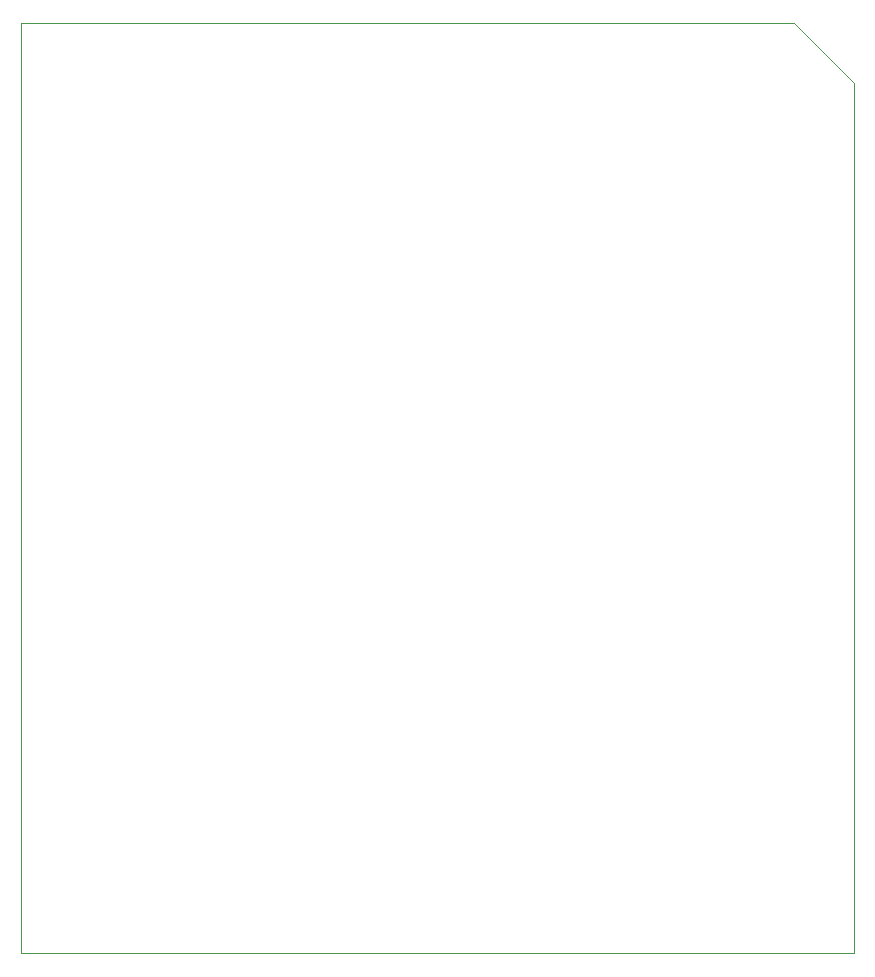
<source format=gbr>
G04 #@! TF.GenerationSoftware,KiCad,Pcbnew,(5.1.5-0-10_14)*
G04 #@! TF.CreationDate,2020-06-15T03:11:26+09:00*
G04 #@! TF.ProjectId,FINAL_4Motor&Dial,46494e41-4c5f-4344-9d6f-746f72264469,rev?*
G04 #@! TF.SameCoordinates,Original*
G04 #@! TF.FileFunction,Profile,NP*
%FSLAX46Y46*%
G04 Gerber Fmt 4.6, Leading zero omitted, Abs format (unit mm)*
G04 Created by KiCad (PCBNEW (5.1.5-0-10_14)) date 2020-06-15 03:11:26*
%MOMM*%
%LPD*%
G04 APERTURE LIST*
%ADD10C,0.050000*%
G04 APERTURE END LIST*
D10*
X180975000Y-32385000D02*
X175895000Y-27305000D01*
X110490000Y-106045000D02*
X110490000Y-27305000D01*
X180975000Y-106045000D02*
X110490000Y-106045000D01*
X180975000Y-32385000D02*
X180975000Y-106045000D01*
X110490000Y-27305000D02*
X175895000Y-27305000D01*
M02*

</source>
